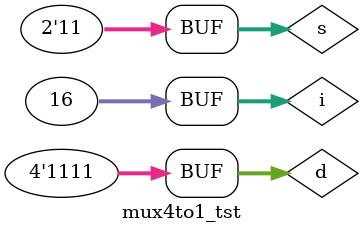
<source format=v>
`timescale 1ns / 1ps


module mux4to1_tst();
    reg [3:0] d;
    wire [3:0] d0,d1,d2,d3;
    reg [1:0] s;
    integer i;
    dmux4to1 inst(
        .d(d),.s(s),.d0(d0),.d1(d1),.d2(d2),.d3(d3)
    );
initial
    begin
        s=2'b00;
        for(i=0;i<=15;i=i+1)begin d=i;#5; end
        s=2'b01; 
        for(i=0;i<=15;i=i+1)begin d=i;#5; end
        s=2'b10; 
        for(i=0;i<=15;i=i+1)begin d=i;#5; end
        s=2'b11; 
        for(i=0;i<=15;i=i+1)begin d=i;#5; end
        #20;
    end
endmodule

</source>
